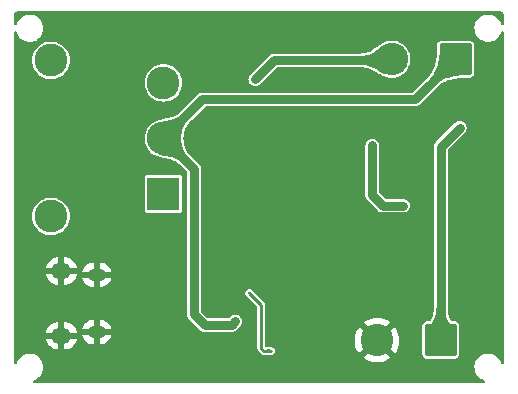
<source format=gbl>
%TF.GenerationSoftware,KiCad,Pcbnew,(6.0.8)*%
%TF.CreationDate,2022-10-25T00:07:16-04:00*%
%TF.ProjectId,403_charger_v2,3430335f-6368-4617-9267-65725f76322e,rev?*%
%TF.SameCoordinates,Original*%
%TF.FileFunction,Copper,L2,Bot*%
%TF.FilePolarity,Positive*%
%FSLAX46Y46*%
G04 Gerber Fmt 4.6, Leading zero omitted, Abs format (unit mm)*
G04 Created by KiCad (PCBNEW (6.0.8)) date 2022-10-25 00:07:16*
%MOMM*%
%LPD*%
G01*
G04 APERTURE LIST*
G04 Aperture macros list*
%AMRoundRect*
0 Rectangle with rounded corners*
0 $1 Rounding radius*
0 $2 $3 $4 $5 $6 $7 $8 $9 X,Y pos of 4 corners*
0 Add a 4 corners polygon primitive as box body*
4,1,4,$2,$3,$4,$5,$6,$7,$8,$9,$2,$3,0*
0 Add four circle primitives for the rounded corners*
1,1,$1+$1,$2,$3*
1,1,$1+$1,$4,$5*
1,1,$1+$1,$6,$7*
1,1,$1+$1,$8,$9*
0 Add four rect primitives between the rounded corners*
20,1,$1+$1,$2,$3,$4,$5,0*
20,1,$1+$1,$4,$5,$6,$7,0*
20,1,$1+$1,$6,$7,$8,$9,0*
20,1,$1+$1,$8,$9,$2,$3,0*%
G04 Aperture macros list end*
%TA.AperFunction,ComponentPad*%
%ADD10O,1.500000X1.100000*%
%TD*%
%TA.AperFunction,ComponentPad*%
%ADD11O,1.700000X1.350000*%
%TD*%
%TA.AperFunction,ComponentPad*%
%ADD12R,2.775000X2.775000*%
%TD*%
%TA.AperFunction,ComponentPad*%
%ADD13C,2.775000*%
%TD*%
%TA.AperFunction,ComponentPad*%
%ADD14RoundRect,0.250000X1.125000X1.125000X-1.125000X1.125000X-1.125000X-1.125000X1.125000X-1.125000X0*%
%TD*%
%TA.AperFunction,ComponentPad*%
%ADD15C,2.750000*%
%TD*%
%TA.AperFunction,ViaPad*%
%ADD16C,0.300000*%
%TD*%
%TA.AperFunction,Conductor*%
%ADD17C,0.750000*%
%TD*%
%TA.AperFunction,Conductor*%
%ADD18C,0.250000*%
%TD*%
G04 APERTURE END LIST*
D10*
%TO.P,J1,6,Shield*%
%TO.N,GND*%
X143870000Y-83320000D03*
D11*
X140870000Y-78170000D03*
D10*
X143870000Y-78480000D03*
D11*
X140870000Y-83630000D03*
%TD*%
D12*
%TO.P,SW1,1*%
%TO.N,unconnected-(SW1-Pad1)*%
X149522500Y-71625000D03*
D13*
%TO.P,SW1,2*%
%TO.N,/BAT+*%
X149522500Y-66925000D03*
%TO.P,SW1,3*%
%TO.N,Net-(C3-Pad1)*%
X149522500Y-62225000D03*
%TO.P,SW1,S1*%
%TO.N,N/C*%
X139992500Y-73530000D03*
%TO.P,SW1,S2*%
X139992500Y-60320000D03*
%TD*%
D14*
%TO.P,J3,1,Pin_1*%
%TO.N,/5V*%
X173000000Y-84000000D03*
D15*
%TO.P,J3,2,Pin_2*%
%TO.N,GND*%
X167600000Y-84000000D03*
%TD*%
D14*
%TO.P,J2,1,Pin_1*%
%TO.N,/BAT+*%
X174250000Y-60225000D03*
D15*
%TO.P,J2,2,Pin_2*%
%TO.N,/BAT-*%
X168850000Y-60225000D03*
%TD*%
D16*
%TO.N,/BAT-*%
X157300000Y-61925000D03*
%TO.N,/5V*%
X174600000Y-66025000D03*
%TO.N,/BAT+*%
X155600000Y-82425000D03*
%TO.N,Net-(R4-Pad2)*%
X169800000Y-72625000D03*
X167200000Y-67525000D03*
%TO.N,Net-(R7-Pad1)*%
X156800000Y-80025000D03*
X158600000Y-84925000D03*
%TD*%
D17*
%TO.N,/BAT-*%
X158900000Y-60325000D02*
X168750000Y-60325000D01*
X168750000Y-60325000D02*
X168850000Y-60225000D01*
X157300000Y-61925000D02*
X158900000Y-60325000D01*
%TO.N,/5V*%
X173000000Y-67625000D02*
X173000000Y-84000000D01*
X174600000Y-66025000D02*
X173000000Y-67625000D01*
%TO.N,/BAT+*%
X155300000Y-82725000D02*
X153000000Y-82725000D01*
X152822500Y-63625000D02*
X149522500Y-66925000D01*
X174250000Y-60225000D02*
X170850000Y-63625000D01*
X152100000Y-69502500D02*
X149522500Y-66925000D01*
X155600000Y-82425000D02*
X155300000Y-82725000D01*
X170850000Y-63625000D02*
X152822500Y-63625000D01*
X153000000Y-82725000D02*
X152100000Y-81825000D01*
X152100000Y-81825000D02*
X152100000Y-69502500D01*
%TO.N,Net-(R4-Pad2)*%
X167200000Y-71725000D02*
X168100000Y-72625000D01*
X168100000Y-72625000D02*
X169800000Y-72625000D01*
X167200000Y-67525000D02*
X167200000Y-71725000D01*
D18*
%TO.N,Net-(R7-Pad1)*%
X157800000Y-81025000D02*
X157800000Y-84725000D01*
X157800000Y-84725000D02*
X158000000Y-84925000D01*
X156800000Y-80025000D02*
X157800000Y-81025000D01*
X158000000Y-84925000D02*
X158600000Y-84925000D01*
%TD*%
%TA.AperFunction,Conductor*%
%TO.N,/BAT-*%
G36*
X168169259Y-59039440D02*
G01*
X169526346Y-60167535D01*
X169530518Y-60175458D01*
X169527565Y-60184357D01*
X168972465Y-60801392D01*
X168347305Y-61496305D01*
X168339224Y-61500164D01*
X168333923Y-61499201D01*
X168234465Y-61455748D01*
X168079003Y-61387827D01*
X168078356Y-61387521D01*
X168013293Y-61354112D01*
X167855670Y-61273171D01*
X167855209Y-61272921D01*
X167748781Y-61212085D01*
X167660258Y-61161483D01*
X167481409Y-61055755D01*
X167481359Y-61055727D01*
X167481331Y-61055711D01*
X167307337Y-60958746D01*
X167307326Y-60958740D01*
X167307171Y-60958654D01*
X167125825Y-60872963D01*
X167036713Y-60841135D01*
X166925962Y-60801578D01*
X166925956Y-60801576D01*
X166925653Y-60801468D01*
X166925335Y-60801393D01*
X166925332Y-60801392D01*
X166844141Y-60782208D01*
X166694938Y-60746953D01*
X166646015Y-60740725D01*
X166422214Y-60712234D01*
X166422204Y-60712233D01*
X166421959Y-60712202D01*
X166256671Y-60706034D01*
X166106264Y-60700420D01*
X166098124Y-60696687D01*
X166095000Y-60688728D01*
X166095000Y-59961239D01*
X166098427Y-59952966D01*
X166106229Y-59949548D01*
X166252648Y-59943648D01*
X166404869Y-59937514D01*
X166405155Y-59937474D01*
X166405157Y-59937474D01*
X166662824Y-59901585D01*
X166662830Y-59901584D01*
X166663173Y-59901536D01*
X166663505Y-59901449D01*
X166663508Y-59901448D01*
X166880305Y-59844376D01*
X166880310Y-59844374D01*
X166880657Y-59844283D01*
X167068068Y-59767972D01*
X167236152Y-59674821D01*
X167236359Y-59674681D01*
X167236369Y-59674675D01*
X167395520Y-59567136D01*
X167395655Y-59567045D01*
X167557323Y-59446864D01*
X167731767Y-59316594D01*
X167732014Y-59316415D01*
X167929889Y-59178325D01*
X167930397Y-59177991D01*
X168045413Y-59106751D01*
X168155619Y-59038490D01*
X168164457Y-59037047D01*
X168169259Y-59039440D01*
G37*
%TD.AperFunction*%
%TD*%
%TA.AperFunction,Conductor*%
%TO.N,/5V*%
G36*
X173372022Y-81258427D02*
G01*
X173375440Y-81266242D01*
X173387413Y-81571815D01*
X173422968Y-81835986D01*
X173479141Y-82058734D01*
X173553406Y-82251279D01*
X173643237Y-82424843D01*
X173746109Y-82590645D01*
X173859497Y-82759906D01*
X173980744Y-82943648D01*
X173980991Y-82944040D01*
X174107534Y-83153386D01*
X174107878Y-83153995D01*
X174233574Y-83393182D01*
X174234389Y-83402100D01*
X174231650Y-83406735D01*
X173008433Y-84678731D01*
X173000229Y-84682319D01*
X172991567Y-84678731D01*
X171768350Y-83406735D01*
X171765085Y-83398396D01*
X171766426Y-83393182D01*
X171813194Y-83304185D01*
X171892131Y-83153976D01*
X171892454Y-83153404D01*
X171959997Y-83041664D01*
X172019008Y-82944040D01*
X172019255Y-82943648D01*
X172140502Y-82759906D01*
X172253890Y-82590645D01*
X172356762Y-82424843D01*
X172446593Y-82251279D01*
X172520858Y-82058734D01*
X172577031Y-81835986D01*
X172612586Y-81571815D01*
X172624560Y-81266241D01*
X172628307Y-81258109D01*
X172636250Y-81255000D01*
X173363749Y-81255000D01*
X173372022Y-81258427D01*
G37*
%TD.AperFunction*%
%TD*%
%TA.AperFunction,Conductor*%
%TO.N,/BAT+*%
G36*
X151222205Y-64710871D02*
G01*
X151736629Y-65225295D01*
X151740056Y-65233568D01*
X151736949Y-65241508D01*
X151601289Y-65388325D01*
X151527583Y-65468093D01*
X151364826Y-65681953D01*
X151246456Y-65881019D01*
X151162623Y-66071482D01*
X151103474Y-66259534D01*
X151103427Y-66259738D01*
X151062979Y-66434820D01*
X151059156Y-66451367D01*
X151059140Y-66451450D01*
X151019834Y-66653086D01*
X151019817Y-66653173D01*
X150975649Y-66870929D01*
X150975545Y-66871390D01*
X150916669Y-67111469D01*
X150833155Y-67380343D01*
X149051117Y-67415180D01*
X149044608Y-67415307D01*
X149044110Y-67415317D01*
X149035771Y-67412052D01*
X149032183Y-67403390D01*
X149041533Y-66925102D01*
X149041533Y-66925085D01*
X149051117Y-66434820D01*
X149051125Y-66434445D01*
X149066992Y-65622785D01*
X149070580Y-65614581D01*
X149075219Y-65611841D01*
X149335690Y-65530936D01*
X149336374Y-65530746D01*
X149576109Y-65471954D01*
X149576570Y-65471850D01*
X149794326Y-65427682D01*
X149794413Y-65427665D01*
X149996132Y-65388343D01*
X149996191Y-65388329D01*
X149996212Y-65388325D01*
X150147346Y-65353409D01*
X150187965Y-65344025D01*
X150188161Y-65343963D01*
X150188166Y-65343962D01*
X150253250Y-65323491D01*
X150376017Y-65284876D01*
X150376295Y-65284754D01*
X150376302Y-65284751D01*
X150566155Y-65201186D01*
X150566154Y-65201186D01*
X150566480Y-65201043D01*
X150645522Y-65154042D01*
X150765249Y-65082850D01*
X150765254Y-65082847D01*
X150765546Y-65082673D01*
X150979406Y-64919916D01*
X151008984Y-64892586D01*
X151205992Y-64710551D01*
X151214394Y-64707453D01*
X151222205Y-64710871D01*
G37*
%TD.AperFunction*%
%TD*%
%TA.AperFunction,Conductor*%
%TO.N,/BAT+*%
G36*
X174732309Y-59742368D02*
G01*
X174735897Y-59751030D01*
X174701406Y-61515411D01*
X174697818Y-61523615D01*
X174693183Y-61526354D01*
X174541686Y-61573474D01*
X174435171Y-61606604D01*
X174434508Y-61606788D01*
X174344400Y-61629002D01*
X174197000Y-61665338D01*
X174196549Y-61665440D01*
X174096150Y-61686013D01*
X173980877Y-61709634D01*
X173847652Y-61735969D01*
X173781084Y-61749128D01*
X173781076Y-61749130D01*
X173781014Y-61749142D01*
X173669922Y-61775163D01*
X173591237Y-61793593D01*
X173591232Y-61793594D01*
X173591033Y-61793641D01*
X173404785Y-61852848D01*
X173216122Y-61936485D01*
X173215824Y-61936663D01*
X173215820Y-61936665D01*
X173143968Y-61979576D01*
X173018896Y-62054271D01*
X172806957Y-62215927D01*
X172806755Y-62216114D01*
X172582418Y-62423534D01*
X172574017Y-62426634D01*
X172566202Y-62423216D01*
X172051784Y-61908798D01*
X172048357Y-61900525D01*
X172051466Y-61892582D01*
X172258885Y-61668244D01*
X172259072Y-61668042D01*
X172420728Y-61456103D01*
X172538514Y-61258877D01*
X172622151Y-61070214D01*
X172681358Y-60883966D01*
X172725857Y-60693985D01*
X172765365Y-60494122D01*
X172809559Y-60278450D01*
X172809661Y-60277999D01*
X172868209Y-60040497D01*
X172868397Y-60039822D01*
X172948646Y-59781817D01*
X172954375Y-59774935D01*
X172959589Y-59773594D01*
X173423702Y-59764521D01*
X174723970Y-59739103D01*
X174732309Y-59742368D01*
G37*
%TD.AperFunction*%
%TD*%
%TA.AperFunction,Conductor*%
%TO.N,/BAT+*%
G36*
X149044608Y-66434693D02*
G01*
X149051117Y-66434820D01*
X150833155Y-66469657D01*
X150916669Y-66738530D01*
X150962398Y-66924999D01*
X150962735Y-66926373D01*
X150975545Y-66978609D01*
X150975649Y-66979070D01*
X151019817Y-67196826D01*
X151059156Y-67398632D01*
X151059170Y-67398691D01*
X151059174Y-67398712D01*
X151094090Y-67549846D01*
X151103474Y-67590465D01*
X151162623Y-67778517D01*
X151246456Y-67968980D01*
X151364826Y-68168046D01*
X151527583Y-68381906D01*
X151527779Y-68382118D01*
X151736949Y-68608492D01*
X151740047Y-68616894D01*
X151736629Y-68624705D01*
X151222205Y-69139129D01*
X151213932Y-69142556D01*
X151205992Y-69139449D01*
X150979618Y-68930279D01*
X150979406Y-68930083D01*
X150765546Y-68767326D01*
X150765254Y-68767152D01*
X150765249Y-68767149D01*
X150566789Y-68649140D01*
X150566480Y-68648956D01*
X150546945Y-68640358D01*
X150376302Y-68565248D01*
X150376295Y-68565245D01*
X150376017Y-68565123D01*
X150253250Y-68526508D01*
X150188166Y-68506037D01*
X150188161Y-68506036D01*
X150187965Y-68505974D01*
X150147346Y-68496590D01*
X149996212Y-68461674D01*
X149996191Y-68461670D01*
X149996132Y-68461656D01*
X149794326Y-68422317D01*
X149786982Y-68420827D01*
X149576570Y-68378149D01*
X149576109Y-68378045D01*
X149336374Y-68319253D01*
X149335690Y-68319063D01*
X149075219Y-68238159D01*
X149068335Y-68232433D01*
X149066992Y-68227215D01*
X149065835Y-68168046D01*
X149037739Y-66730804D01*
X149032183Y-66446610D01*
X149035448Y-66438271D01*
X149044110Y-66434683D01*
X149044608Y-66434693D01*
G37*
%TD.AperFunction*%
%TD*%
%TA.AperFunction,Conductor*%
%TO.N,Net-(R7-Pad1)*%
G36*
X156808323Y-79973167D02*
G01*
X156934247Y-79975628D01*
X156942450Y-79979216D01*
X156944712Y-79982581D01*
X156947380Y-79988594D01*
X156955510Y-80001707D01*
X156965955Y-80015316D01*
X156966087Y-80015465D01*
X156966094Y-80015474D01*
X156976839Y-80027642D01*
X156978591Y-80029626D01*
X156993294Y-80044841D01*
X157009939Y-80061168D01*
X157028401Y-80078809D01*
X157048557Y-80097970D01*
X157070280Y-80118856D01*
X157085049Y-80133400D01*
X157088539Y-80141644D01*
X157085112Y-80150007D01*
X156925007Y-80310112D01*
X156916734Y-80313539D01*
X156908400Y-80310049D01*
X156893856Y-80295280D01*
X156872970Y-80273557D01*
X156853809Y-80253401D01*
X156836168Y-80234939D01*
X156819841Y-80218294D01*
X156804626Y-80203591D01*
X156802642Y-80201839D01*
X156790474Y-80191094D01*
X156790465Y-80191087D01*
X156790316Y-80190955D01*
X156776707Y-80180510D01*
X156763594Y-80172380D01*
X156763228Y-80172218D01*
X156763225Y-80172216D01*
X156757581Y-80169712D01*
X156751408Y-80163224D01*
X156750628Y-80159246D01*
X156750448Y-80150007D01*
X156747553Y-80001935D01*
X156747205Y-79984132D01*
X156750470Y-79975793D01*
X156759132Y-79972205D01*
X156808323Y-79973167D01*
G37*
%TD.AperFunction*%
%TD*%
%TA.AperFunction,Conductor*%
%TO.N,Net-(R7-Pad1)*%
G36*
X158536621Y-84792901D02*
G01*
X158539984Y-84795162D01*
X158547460Y-84802350D01*
X158666231Y-84916567D01*
X158669819Y-84924771D01*
X158666231Y-84933433D01*
X158545016Y-85050000D01*
X158539985Y-85054838D01*
X158531646Y-85058103D01*
X158527668Y-85057322D01*
X158521905Y-85055101D01*
X158521901Y-85055100D01*
X158521528Y-85054956D01*
X158513393Y-85053048D01*
X158506786Y-85051498D01*
X158506782Y-85051497D01*
X158506508Y-85051433D01*
X158506233Y-85051397D01*
X158506223Y-85051395D01*
X158489699Y-85049221D01*
X158489690Y-85049220D01*
X158489499Y-85049195D01*
X158488871Y-85049156D01*
X158470543Y-85048018D01*
X158470539Y-85048018D01*
X158470445Y-85048012D01*
X158470337Y-85048010D01*
X158470333Y-85048010D01*
X158464017Y-85047902D01*
X158449289Y-85047649D01*
X158449182Y-85047650D01*
X158449174Y-85047650D01*
X158444045Y-85047700D01*
X158425974Y-85047874D01*
X158425939Y-85047875D01*
X158425920Y-85047875D01*
X158417174Y-85048074D01*
X158400445Y-85048455D01*
X158372710Y-85049156D01*
X158372644Y-85049158D01*
X158342591Y-85049748D01*
X158342451Y-85049750D01*
X158321790Y-85049909D01*
X158313491Y-85046546D01*
X158310000Y-85038209D01*
X158310000Y-84811790D01*
X158313427Y-84803517D01*
X158321789Y-84800090D01*
X158329557Y-84800150D01*
X158342451Y-84800249D01*
X158342591Y-84800251D01*
X158372644Y-84800841D01*
X158372710Y-84800843D01*
X158400445Y-84801544D01*
X158417174Y-84801925D01*
X158425920Y-84802124D01*
X158425939Y-84802124D01*
X158425974Y-84802125D01*
X158444045Y-84802299D01*
X158449174Y-84802349D01*
X158449182Y-84802349D01*
X158449289Y-84802350D01*
X158464017Y-84802097D01*
X158470333Y-84801989D01*
X158470337Y-84801989D01*
X158470445Y-84801987D01*
X158470539Y-84801981D01*
X158470543Y-84801981D01*
X158489306Y-84800816D01*
X158489499Y-84800804D01*
X158489690Y-84800779D01*
X158489699Y-84800778D01*
X158506223Y-84798604D01*
X158506233Y-84798602D01*
X158506508Y-84798566D01*
X158506782Y-84798502D01*
X158506786Y-84798501D01*
X158514450Y-84796703D01*
X158521528Y-84795043D01*
X158521902Y-84794899D01*
X158521905Y-84794898D01*
X158527669Y-84792677D01*
X158536621Y-84792901D01*
G37*
%TD.AperFunction*%
%TD*%
%TA.AperFunction,Conductor*%
%TO.N,GND*%
G36*
X177971315Y-56151516D02*
G01*
X177983978Y-56151516D01*
X178000000Y-56155809D01*
X178012766Y-56152388D01*
X178015906Y-56152594D01*
X178074011Y-56160244D01*
X178105782Y-56168757D01*
X178159424Y-56190976D01*
X178187911Y-56207423D01*
X178233974Y-56242769D01*
X178257231Y-56266026D01*
X178292577Y-56312089D01*
X178309024Y-56340576D01*
X178331243Y-56394218D01*
X178339756Y-56425989D01*
X178347406Y-56484094D01*
X178347612Y-56487234D01*
X178344191Y-56500000D01*
X178348484Y-56516022D01*
X178348484Y-56528685D01*
X178349500Y-56536402D01*
X178349500Y-57235215D01*
X178329498Y-57303336D01*
X178275842Y-57349829D01*
X178205568Y-57359933D01*
X178140988Y-57330439D01*
X178102231Y-57269416D01*
X178080255Y-57191496D01*
X178078686Y-57185931D01*
X178067553Y-57163354D01*
X177987719Y-57001469D01*
X177985165Y-56996290D01*
X177858651Y-56826867D01*
X177703381Y-56683337D01*
X177524554Y-56570505D01*
X177328160Y-56492152D01*
X177322503Y-56491027D01*
X177322497Y-56491025D01*
X177126442Y-56452028D01*
X177126440Y-56452028D01*
X177120775Y-56450901D01*
X177115000Y-56450825D01*
X177114996Y-56450825D01*
X177008976Y-56449437D01*
X176909346Y-56448133D01*
X176903649Y-56449112D01*
X176903648Y-56449112D01*
X176706650Y-56482962D01*
X176706649Y-56482962D01*
X176700953Y-56483941D01*
X176502575Y-56557127D01*
X176497614Y-56560079D01*
X176497613Y-56560079D01*
X176480089Y-56570505D01*
X176320856Y-56665238D01*
X176161881Y-56804655D01*
X176030976Y-56970708D01*
X176028287Y-56975819D01*
X176028285Y-56975822D01*
X176014792Y-57001469D01*
X175932523Y-57157836D01*
X175869820Y-57359773D01*
X175844967Y-57569754D01*
X175846949Y-57600000D01*
X175858796Y-57780749D01*
X175860217Y-57786345D01*
X175860218Y-57786350D01*
X175909424Y-57980095D01*
X175910845Y-57985690D01*
X175999369Y-58177714D01*
X176121405Y-58350391D01*
X176272865Y-58497937D01*
X176277661Y-58501142D01*
X176277664Y-58501144D01*
X176420936Y-58596875D01*
X176448677Y-58615411D01*
X176453985Y-58617692D01*
X176453986Y-58617692D01*
X176637650Y-58696600D01*
X176637653Y-58696601D01*
X176642953Y-58698878D01*
X176648582Y-58700152D01*
X176648583Y-58700152D01*
X176843550Y-58744269D01*
X176843553Y-58744269D01*
X176849186Y-58745544D01*
X176854957Y-58745771D01*
X176854959Y-58745771D01*
X176916989Y-58748208D01*
X177060470Y-58753846D01*
X177066179Y-58753018D01*
X177066183Y-58753018D01*
X177264015Y-58724333D01*
X177264019Y-58724332D01*
X177269730Y-58723504D01*
X177342276Y-58698878D01*
X177464483Y-58657395D01*
X177464488Y-58657393D01*
X177469955Y-58655537D01*
X177488742Y-58645016D01*
X177649395Y-58555046D01*
X177649399Y-58555043D01*
X177654442Y-58552219D01*
X177817012Y-58417012D01*
X177952219Y-58254442D01*
X177955043Y-58249399D01*
X177955046Y-58249395D01*
X178052713Y-58074998D01*
X178052714Y-58074996D01*
X178055537Y-58069955D01*
X178057393Y-58064488D01*
X178057395Y-58064483D01*
X178097800Y-57945452D01*
X178104187Y-57926636D01*
X178145024Y-57868560D01*
X178210777Y-57841781D01*
X178280569Y-57854802D01*
X178332242Y-57903489D01*
X178349500Y-57967137D01*
X178349500Y-85935215D01*
X178329498Y-86003336D01*
X178275842Y-86049829D01*
X178205568Y-86059933D01*
X178140988Y-86030439D01*
X178102231Y-85969416D01*
X178080255Y-85891496D01*
X178078686Y-85885931D01*
X178075121Y-85878700D01*
X177987719Y-85701469D01*
X177985165Y-85696290D01*
X177892741Y-85572519D01*
X177862104Y-85531491D01*
X177862103Y-85531490D01*
X177858651Y-85526867D01*
X177703381Y-85383337D01*
X177524554Y-85270505D01*
X177328160Y-85192152D01*
X177322503Y-85191027D01*
X177322497Y-85191025D01*
X177126442Y-85152028D01*
X177126440Y-85152028D01*
X177120775Y-85150901D01*
X177115000Y-85150825D01*
X177114996Y-85150825D01*
X177008976Y-85149437D01*
X176909346Y-85148133D01*
X176903649Y-85149112D01*
X176903648Y-85149112D01*
X176706650Y-85182962D01*
X176706649Y-85182962D01*
X176700953Y-85183941D01*
X176502575Y-85257127D01*
X176497614Y-85260079D01*
X176497613Y-85260079D01*
X176480089Y-85270505D01*
X176320856Y-85365238D01*
X176161881Y-85504655D01*
X176030976Y-85670708D01*
X176028287Y-85675819D01*
X176028285Y-85675822D01*
X176014792Y-85701469D01*
X175932523Y-85857836D01*
X175869820Y-86059773D01*
X175844967Y-86269754D01*
X175846949Y-86300000D01*
X175858796Y-86480749D01*
X175860217Y-86486345D01*
X175860218Y-86486350D01*
X175909424Y-86680095D01*
X175910845Y-86685690D01*
X175999369Y-86877714D01*
X176121405Y-87050391D01*
X176272865Y-87197937D01*
X176277661Y-87201142D01*
X176277664Y-87201144D01*
X176371133Y-87263598D01*
X176448677Y-87315411D01*
X176453985Y-87317692D01*
X176453986Y-87317692D01*
X176637650Y-87396600D01*
X176637653Y-87396601D01*
X176642953Y-87398878D01*
X176648582Y-87400152D01*
X176648583Y-87400152D01*
X176650594Y-87400607D01*
X176651449Y-87401083D01*
X176654080Y-87401938D01*
X176653912Y-87402455D01*
X176712621Y-87435150D01*
X176746125Y-87497744D01*
X176740471Y-87568515D01*
X176697452Y-87624994D01*
X176630727Y-87649249D01*
X176622786Y-87649500D01*
X138567137Y-87649500D01*
X138499016Y-87629498D01*
X138452523Y-87575842D01*
X138442419Y-87505568D01*
X138471913Y-87440988D01*
X138526636Y-87404187D01*
X138531739Y-87402455D01*
X138567084Y-87390457D01*
X138664483Y-87357395D01*
X138664488Y-87357393D01*
X138669955Y-87355537D01*
X138674998Y-87352713D01*
X138849395Y-87255046D01*
X138849399Y-87255043D01*
X138854442Y-87252219D01*
X139017012Y-87117012D01*
X139152219Y-86954442D01*
X139155043Y-86949399D01*
X139155046Y-86949395D01*
X139252713Y-86774998D01*
X139252714Y-86774996D01*
X139255537Y-86769955D01*
X139257393Y-86764488D01*
X139257395Y-86764483D01*
X139321647Y-86575200D01*
X139323504Y-86569730D01*
X139325790Y-86553968D01*
X139353314Y-86364140D01*
X139353314Y-86364138D01*
X139353846Y-86360470D01*
X139355429Y-86300000D01*
X139336081Y-86089440D01*
X139278686Y-85885931D01*
X139275121Y-85878700D01*
X139187719Y-85701469D01*
X139185165Y-85696290D01*
X139092741Y-85572519D01*
X139062104Y-85531491D01*
X139062103Y-85531490D01*
X139058651Y-85526867D01*
X139029624Y-85500035D01*
X166465132Y-85500035D01*
X166472522Y-85510337D01*
X166511042Y-85541697D01*
X166518321Y-85546812D01*
X166739135Y-85679753D01*
X166747049Y-85683786D01*
X166984404Y-85784293D01*
X166992809Y-85787170D01*
X167241954Y-85853230D01*
X167250686Y-85854896D01*
X167506655Y-85885191D01*
X167515521Y-85885609D01*
X167773202Y-85879537D01*
X167782056Y-85878700D01*
X168036310Y-85836381D01*
X168044944Y-85834308D01*
X168290703Y-85756584D01*
X168298965Y-85753313D01*
X168531313Y-85641741D01*
X168539038Y-85637335D01*
X168727243Y-85511581D01*
X168735531Y-85501663D01*
X168728274Y-85487484D01*
X168419624Y-85178834D01*
X171424500Y-85178834D01*
X171427481Y-85210369D01*
X171472366Y-85338184D01*
X171477958Y-85345754D01*
X171477959Y-85345757D01*
X171508612Y-85387257D01*
X171552850Y-85447150D01*
X171569794Y-85459665D01*
X171654243Y-85522041D01*
X171654246Y-85522042D01*
X171661816Y-85527634D01*
X171789631Y-85572519D01*
X171797277Y-85573242D01*
X171797278Y-85573242D01*
X171803248Y-85573806D01*
X171821166Y-85575500D01*
X174178834Y-85575500D01*
X174196752Y-85573806D01*
X174202722Y-85573242D01*
X174202723Y-85573242D01*
X174210369Y-85572519D01*
X174338184Y-85527634D01*
X174345754Y-85522042D01*
X174345757Y-85522041D01*
X174430206Y-85459665D01*
X174447150Y-85447150D01*
X174491388Y-85387257D01*
X174522041Y-85345757D01*
X174522042Y-85345754D01*
X174527634Y-85338184D01*
X174572519Y-85210369D01*
X174575500Y-85178834D01*
X174575500Y-82821166D01*
X174572519Y-82789631D01*
X174527634Y-82661816D01*
X174522042Y-82654246D01*
X174522041Y-82654243D01*
X174452742Y-82560421D01*
X174447150Y-82552850D01*
X174407274Y-82523397D01*
X174345757Y-82477959D01*
X174345754Y-82477958D01*
X174338184Y-82472366D01*
X174210369Y-82427481D01*
X174202723Y-82426758D01*
X174202722Y-82426758D01*
X174196752Y-82426194D01*
X174178834Y-82424500D01*
X173954971Y-82424500D01*
X173886850Y-82404498D01*
X173847905Y-82364929D01*
X173824644Y-82327438D01*
X173819811Y-82318927D01*
X173796954Y-82274765D01*
X173744264Y-82172962D01*
X173738607Y-82160392D01*
X173678106Y-82003531D01*
X173673490Y-81989000D01*
X173626824Y-81803954D01*
X173624125Y-81789950D01*
X173593168Y-81559942D01*
X173592140Y-81548074D01*
X173580782Y-81258196D01*
X173578696Y-81249112D01*
X173575500Y-81220912D01*
X173575500Y-67915570D01*
X173595502Y-67847449D01*
X173612405Y-67826475D01*
X175033612Y-66405268D01*
X175102699Y-66315232D01*
X175147775Y-66206408D01*
X175157527Y-66182865D01*
X175157528Y-66182862D01*
X175160687Y-66175235D01*
X175180466Y-66025000D01*
X175160687Y-65874764D01*
X175102699Y-65734767D01*
X175010452Y-65614548D01*
X174890233Y-65522301D01*
X174820235Y-65493307D01*
X174757866Y-65467473D01*
X174757863Y-65467472D01*
X174750236Y-65464313D01*
X174600000Y-65444534D01*
X174449765Y-65464313D01*
X174442138Y-65467472D01*
X174442135Y-65467473D01*
X174379766Y-65493307D01*
X174309768Y-65522301D01*
X174219732Y-65591388D01*
X172625570Y-67185550D01*
X172613179Y-67196417D01*
X172589549Y-67214549D01*
X172566391Y-67244729D01*
X172566388Y-67244732D01*
X172497302Y-67334767D01*
X172439313Y-67474764D01*
X172424500Y-67587280D01*
X172424500Y-67587286D01*
X172419535Y-67625000D01*
X172420613Y-67633188D01*
X172420613Y-67633189D01*
X172423422Y-67654526D01*
X172424500Y-67670972D01*
X172424500Y-81221277D01*
X172421024Y-81250669D01*
X172419218Y-81258195D01*
X172407859Y-81548074D01*
X172406831Y-81559941D01*
X172375874Y-81789950D01*
X172373175Y-81803954D01*
X172326509Y-81989000D01*
X172321893Y-82003531D01*
X172261392Y-82160392D01*
X172255735Y-82172962D01*
X172203045Y-82274765D01*
X172180188Y-82318927D01*
X172175355Y-82327438D01*
X172152094Y-82364929D01*
X172099185Y-82412267D01*
X172045028Y-82424500D01*
X171821166Y-82424500D01*
X171803248Y-82426194D01*
X171797278Y-82426758D01*
X171797277Y-82426758D01*
X171789631Y-82427481D01*
X171661816Y-82472366D01*
X171654246Y-82477958D01*
X171654243Y-82477959D01*
X171592726Y-82523397D01*
X171552850Y-82552850D01*
X171547258Y-82560421D01*
X171477959Y-82654243D01*
X171477958Y-82654246D01*
X171472366Y-82661816D01*
X171427481Y-82789631D01*
X171424500Y-82821166D01*
X171424500Y-85178834D01*
X168419624Y-85178834D01*
X167612812Y-84372022D01*
X167598868Y-84364408D01*
X167597035Y-84364539D01*
X167590420Y-84368790D01*
X166472298Y-85486912D01*
X166465132Y-85500035D01*
X139029624Y-85500035D01*
X138903381Y-85383337D01*
X138724554Y-85270505D01*
X138528160Y-85192152D01*
X138522503Y-85191027D01*
X138522497Y-85191025D01*
X138326442Y-85152028D01*
X138326440Y-85152028D01*
X138320775Y-85150901D01*
X138315000Y-85150825D01*
X138314996Y-85150825D01*
X138208976Y-85149437D01*
X138109346Y-85148133D01*
X138103649Y-85149112D01*
X138103648Y-85149112D01*
X137906650Y-85182962D01*
X137906649Y-85182962D01*
X137900953Y-85183941D01*
X137702575Y-85257127D01*
X137697614Y-85260079D01*
X137697613Y-85260079D01*
X137680089Y-85270505D01*
X137520856Y-85365238D01*
X137361881Y-85504655D01*
X137230976Y-85670708D01*
X137228287Y-85675819D01*
X137228285Y-85675822D01*
X137214792Y-85701469D01*
X137132523Y-85857836D01*
X137108496Y-85935215D01*
X137096833Y-85972777D01*
X137057530Y-86031902D01*
X136992500Y-86060393D01*
X136922391Y-86049203D01*
X136869461Y-86001886D01*
X136850500Y-85935413D01*
X136850500Y-83902722D01*
X139541439Y-83902722D01*
X139546435Y-83931798D01*
X139549415Y-83942918D01*
X139620669Y-84136060D01*
X139625619Y-84146438D01*
X139730877Y-84323361D01*
X139737643Y-84332673D01*
X139873381Y-84487453D01*
X139881724Y-84495370D01*
X140043394Y-84622820D01*
X140053050Y-84629091D01*
X140235229Y-84724940D01*
X140245863Y-84729345D01*
X140442470Y-84790393D01*
X140453724Y-84792785D01*
X140598012Y-84809863D01*
X140612431Y-84807421D01*
X140616000Y-84794679D01*
X140616000Y-84792694D01*
X141124000Y-84792694D01*
X141128271Y-84807239D01*
X141140405Y-84809302D01*
X141255754Y-84798703D01*
X141267068Y-84796606D01*
X141465206Y-84740725D01*
X141475945Y-84736603D01*
X141660583Y-84645549D01*
X141670392Y-84639538D01*
X141835349Y-84516360D01*
X141843889Y-84508671D01*
X141983639Y-84357490D01*
X141990640Y-84348365D01*
X142100495Y-84174255D01*
X142105716Y-84164008D01*
X142182003Y-83972793D01*
X142185270Y-83961767D01*
X142197203Y-83901770D01*
X142196051Y-83888894D01*
X142180898Y-83884000D01*
X141142115Y-83884000D01*
X141126876Y-83888475D01*
X141125671Y-83889865D01*
X141124000Y-83897548D01*
X141124000Y-84792694D01*
X140616000Y-84792694D01*
X140616000Y-83902115D01*
X140611525Y-83886876D01*
X140610135Y-83885671D01*
X140602452Y-83884000D01*
X139556337Y-83884000D01*
X139543375Y-83887806D01*
X139541439Y-83902722D01*
X136850500Y-83902722D01*
X136850500Y-83585768D01*
X142645302Y-83585768D01*
X142682554Y-83712342D01*
X142687147Y-83723710D01*
X142777566Y-83896666D01*
X142784282Y-83906928D01*
X142906568Y-84059020D01*
X142915152Y-84067786D01*
X143064656Y-84193236D01*
X143074767Y-84200160D01*
X143245798Y-84294184D01*
X143257062Y-84299012D01*
X143443095Y-84358025D01*
X143455084Y-84360573D01*
X143601357Y-84376980D01*
X143613124Y-84373525D01*
X143614329Y-84372135D01*
X143616000Y-84364452D01*
X143616000Y-84359709D01*
X144124000Y-84359709D01*
X144128236Y-84374136D01*
X144140589Y-84376197D01*
X144270361Y-84363473D01*
X144282396Y-84361090D01*
X144469223Y-84304683D01*
X144480565Y-84300008D01*
X144652879Y-84208388D01*
X144663095Y-84201601D01*
X144814335Y-84078253D01*
X144823039Y-84069609D01*
X144947438Y-83919237D01*
X144954297Y-83909069D01*
X145047121Y-83737393D01*
X145051871Y-83726093D01*
X145093595Y-83591307D01*
X145093801Y-83577205D01*
X145087045Y-83574000D01*
X144142115Y-83574000D01*
X144126876Y-83578475D01*
X144125671Y-83579865D01*
X144124000Y-83587548D01*
X144124000Y-84359709D01*
X143616000Y-84359709D01*
X143616000Y-83592115D01*
X143611525Y-83576876D01*
X143610135Y-83575671D01*
X143602452Y-83574000D01*
X142659953Y-83574000D01*
X142646422Y-83577973D01*
X142645302Y-83585768D01*
X136850500Y-83585768D01*
X136850500Y-83358230D01*
X139542797Y-83358230D01*
X139543949Y-83371106D01*
X139559102Y-83376000D01*
X140597885Y-83376000D01*
X140613124Y-83371525D01*
X140614329Y-83370135D01*
X140616000Y-83362452D01*
X140616000Y-83357885D01*
X141124000Y-83357885D01*
X141128475Y-83373124D01*
X141129865Y-83374329D01*
X141137548Y-83376000D01*
X142183663Y-83376000D01*
X142196625Y-83372194D01*
X142198561Y-83357278D01*
X142193565Y-83328202D01*
X142190585Y-83317082D01*
X142119331Y-83123940D01*
X142114381Y-83113562D01*
X142084178Y-83062795D01*
X142646199Y-83062795D01*
X142652955Y-83066000D01*
X143597885Y-83066000D01*
X143613124Y-83061525D01*
X143614329Y-83060135D01*
X143616000Y-83052452D01*
X143616000Y-83047885D01*
X144124000Y-83047885D01*
X144128475Y-83063124D01*
X144129865Y-83064329D01*
X144137548Y-83066000D01*
X145080047Y-83066000D01*
X145093578Y-83062027D01*
X145094698Y-83054232D01*
X145057446Y-82927658D01*
X145052853Y-82916290D01*
X144962434Y-82743334D01*
X144955718Y-82733072D01*
X144833432Y-82580980D01*
X144824848Y-82572214D01*
X144675344Y-82446764D01*
X144665233Y-82439840D01*
X144494202Y-82345816D01*
X144482938Y-82340988D01*
X144296905Y-82281975D01*
X144284916Y-82279427D01*
X144138643Y-82263020D01*
X144126876Y-82266475D01*
X144125671Y-82267865D01*
X144124000Y-82275548D01*
X144124000Y-83047885D01*
X143616000Y-83047885D01*
X143616000Y-82280291D01*
X143611764Y-82265864D01*
X143599411Y-82263803D01*
X143469639Y-82276527D01*
X143457604Y-82278910D01*
X143270777Y-82335317D01*
X143259435Y-82339992D01*
X143087121Y-82431612D01*
X143076905Y-82438399D01*
X142925665Y-82561747D01*
X142916961Y-82570391D01*
X142792562Y-82720763D01*
X142785703Y-82730931D01*
X142692879Y-82902607D01*
X142688129Y-82913907D01*
X142646405Y-83048693D01*
X142646199Y-83062795D01*
X142084178Y-83062795D01*
X142009123Y-82936639D01*
X142002357Y-82927327D01*
X141866619Y-82772547D01*
X141858276Y-82764630D01*
X141696606Y-82637180D01*
X141686950Y-82630909D01*
X141504771Y-82535060D01*
X141494137Y-82530655D01*
X141297530Y-82469607D01*
X141286276Y-82467215D01*
X141141988Y-82450137D01*
X141127569Y-82452579D01*
X141124000Y-82465321D01*
X141124000Y-83357885D01*
X140616000Y-83357885D01*
X140616000Y-82467306D01*
X140611729Y-82452761D01*
X140599595Y-82450698D01*
X140484246Y-82461297D01*
X140472932Y-82463394D01*
X140274794Y-82519275D01*
X140264055Y-82523397D01*
X140079417Y-82614451D01*
X140069608Y-82620462D01*
X139904651Y-82743640D01*
X139896111Y-82751329D01*
X139756361Y-82902510D01*
X139749360Y-82911635D01*
X139639505Y-83085745D01*
X139634284Y-83095992D01*
X139557997Y-83287207D01*
X139554730Y-83298233D01*
X139542797Y-83358230D01*
X136850500Y-83358230D01*
X136850500Y-78442722D01*
X139541439Y-78442722D01*
X139546435Y-78471798D01*
X139549415Y-78482918D01*
X139620669Y-78676060D01*
X139625619Y-78686438D01*
X139730877Y-78863361D01*
X139737643Y-78872673D01*
X139873381Y-79027453D01*
X139881724Y-79035370D01*
X140043394Y-79162820D01*
X140053050Y-79169091D01*
X140235229Y-79264940D01*
X140245863Y-79269345D01*
X140442470Y-79330393D01*
X140453724Y-79332785D01*
X140598012Y-79349863D01*
X140612431Y-79347421D01*
X140616000Y-79334679D01*
X140616000Y-79332694D01*
X141124000Y-79332694D01*
X141128271Y-79347239D01*
X141140405Y-79349302D01*
X141255754Y-79338703D01*
X141267068Y-79336606D01*
X141465206Y-79280725D01*
X141475945Y-79276603D01*
X141660583Y-79185549D01*
X141670392Y-79179538D01*
X141835349Y-79056360D01*
X141843889Y-79048671D01*
X141983639Y-78897490D01*
X141990640Y-78888365D01*
X142080612Y-78745768D01*
X142645302Y-78745768D01*
X142682554Y-78872342D01*
X142687147Y-78883710D01*
X142777566Y-79056666D01*
X142784282Y-79066928D01*
X142906568Y-79219020D01*
X142915152Y-79227786D01*
X143064656Y-79353236D01*
X143074767Y-79360160D01*
X143245798Y-79454184D01*
X143257062Y-79459012D01*
X143443095Y-79518025D01*
X143455084Y-79520573D01*
X143601357Y-79536980D01*
X143613124Y-79533525D01*
X143614329Y-79532135D01*
X143616000Y-79524452D01*
X143616000Y-79519709D01*
X144124000Y-79519709D01*
X144128236Y-79534136D01*
X144140589Y-79536197D01*
X144270361Y-79523473D01*
X144282396Y-79521090D01*
X144469223Y-79464683D01*
X144480565Y-79460008D01*
X144652879Y-79368388D01*
X144663095Y-79361601D01*
X144814335Y-79238253D01*
X144823039Y-79229609D01*
X144947438Y-79079237D01*
X144954297Y-79069069D01*
X145047121Y-78897393D01*
X145051871Y-78886093D01*
X145093595Y-78751307D01*
X145093801Y-78737205D01*
X145087045Y-78734000D01*
X144142115Y-78734000D01*
X144126876Y-78738475D01*
X144125671Y-78739865D01*
X144124000Y-78747548D01*
X144124000Y-79519709D01*
X143616000Y-79519709D01*
X143616000Y-78752115D01*
X143611525Y-78736876D01*
X143610135Y-78735671D01*
X143602452Y-78734000D01*
X142659953Y-78734000D01*
X142646422Y-78737973D01*
X142645302Y-78745768D01*
X142080612Y-78745768D01*
X142100495Y-78714255D01*
X142105716Y-78704008D01*
X142182003Y-78512793D01*
X142185270Y-78501767D01*
X142197203Y-78441770D01*
X142196051Y-78428894D01*
X142180898Y-78424000D01*
X141142115Y-78424000D01*
X141126876Y-78428475D01*
X141125671Y-78429865D01*
X141124000Y-78437548D01*
X141124000Y-79332694D01*
X140616000Y-79332694D01*
X140616000Y-78442115D01*
X140611525Y-78426876D01*
X140610135Y-78425671D01*
X140602452Y-78424000D01*
X139556337Y-78424000D01*
X139543375Y-78427806D01*
X139541439Y-78442722D01*
X136850500Y-78442722D01*
X136850500Y-78222795D01*
X142646199Y-78222795D01*
X142652955Y-78226000D01*
X143597885Y-78226000D01*
X143613124Y-78221525D01*
X143614329Y-78220135D01*
X143616000Y-78212452D01*
X143616000Y-78207885D01*
X144124000Y-78207885D01*
X144128475Y-78223124D01*
X144129865Y-78224329D01*
X144137548Y-78226000D01*
X145080047Y-78226000D01*
X145093578Y-78222027D01*
X145094698Y-78214232D01*
X145057446Y-78087658D01*
X145052853Y-78076290D01*
X144962434Y-77903334D01*
X144955718Y-77893072D01*
X144833432Y-77740980D01*
X144824848Y-77732214D01*
X144675344Y-77606764D01*
X144665233Y-77599840D01*
X144494202Y-77505816D01*
X144482938Y-77500988D01*
X144296905Y-77441975D01*
X144284916Y-77439427D01*
X144138643Y-77423020D01*
X144126876Y-77426475D01*
X144125671Y-77427865D01*
X144124000Y-77435548D01*
X144124000Y-78207885D01*
X143616000Y-78207885D01*
X143616000Y-77440291D01*
X143611764Y-77425864D01*
X143599411Y-77423803D01*
X143469639Y-77436527D01*
X143457604Y-77438910D01*
X143270777Y-77495317D01*
X143259435Y-77499992D01*
X143087121Y-77591612D01*
X143076905Y-77598399D01*
X142925665Y-77721747D01*
X142916961Y-77730391D01*
X142792562Y-77880763D01*
X142785703Y-77890931D01*
X142692879Y-78062607D01*
X142688129Y-78073907D01*
X142646405Y-78208693D01*
X142646199Y-78222795D01*
X136850500Y-78222795D01*
X136850500Y-77898230D01*
X139542797Y-77898230D01*
X139543949Y-77911106D01*
X139559102Y-77916000D01*
X140597885Y-77916000D01*
X140613124Y-77911525D01*
X140614329Y-77910135D01*
X140616000Y-77902452D01*
X140616000Y-77897885D01*
X141124000Y-77897885D01*
X141128475Y-77913124D01*
X141129865Y-77914329D01*
X141137548Y-77916000D01*
X142183663Y-77916000D01*
X142196625Y-77912194D01*
X142198561Y-77897278D01*
X142193565Y-77868202D01*
X142190585Y-77857082D01*
X142119331Y-77663940D01*
X142114381Y-77653562D01*
X142009123Y-77476639D01*
X142002357Y-77467327D01*
X141866619Y-77312547D01*
X141858276Y-77304630D01*
X141696606Y-77177180D01*
X141686950Y-77170909D01*
X141504771Y-77075060D01*
X141494137Y-77070655D01*
X141297530Y-77009607D01*
X141286276Y-77007215D01*
X141141988Y-76990137D01*
X141127569Y-76992579D01*
X141124000Y-77005321D01*
X141124000Y-77897885D01*
X140616000Y-77897885D01*
X140616000Y-77007306D01*
X140611729Y-76992761D01*
X140599595Y-76990698D01*
X140484246Y-77001297D01*
X140472932Y-77003394D01*
X140274794Y-77059275D01*
X140264055Y-77063397D01*
X140079417Y-77154451D01*
X140069608Y-77160462D01*
X139904651Y-77283640D01*
X139896111Y-77291329D01*
X139756361Y-77442510D01*
X139749360Y-77451635D01*
X139639505Y-77625745D01*
X139634284Y-77635992D01*
X139557997Y-77827207D01*
X139554730Y-77838233D01*
X139542797Y-77898230D01*
X136850500Y-77898230D01*
X136850500Y-73530000D01*
X138399590Y-73530000D01*
X138419201Y-73779186D01*
X138477553Y-74022236D01*
X138479443Y-74026799D01*
X138479445Y-74026805D01*
X138571312Y-74248592D01*
X138573207Y-74253166D01*
X138703809Y-74466289D01*
X138866143Y-74656357D01*
X139056211Y-74818691D01*
X139269334Y-74949293D01*
X139273904Y-74951186D01*
X139273908Y-74951188D01*
X139495695Y-75043055D01*
X139495701Y-75043057D01*
X139500264Y-75044947D01*
X139505064Y-75046099D01*
X139505069Y-75046101D01*
X139616332Y-75072813D01*
X139743314Y-75103299D01*
X139992500Y-75122910D01*
X140241686Y-75103299D01*
X140368668Y-75072813D01*
X140479931Y-75046101D01*
X140479936Y-75046099D01*
X140484736Y-75044947D01*
X140489299Y-75043057D01*
X140489305Y-75043055D01*
X140711092Y-74951188D01*
X140711096Y-74951186D01*
X140715666Y-74949293D01*
X140928789Y-74818691D01*
X141118857Y-74656357D01*
X141281191Y-74466289D01*
X141411793Y-74253166D01*
X141413688Y-74248592D01*
X141505555Y-74026805D01*
X141505557Y-74026799D01*
X141507447Y-74022236D01*
X141565799Y-73779186D01*
X141585410Y-73530000D01*
X141565799Y-73280814D01*
X141522640Y-73101047D01*
X141508601Y-73042569D01*
X141508599Y-73042564D01*
X141507447Y-73037764D01*
X141505557Y-73033201D01*
X141505555Y-73033195D01*
X141505163Y-73032248D01*
X147934500Y-73032248D01*
X147935707Y-73038316D01*
X147939744Y-73058609D01*
X147946133Y-73090731D01*
X147990448Y-73157052D01*
X148056769Y-73201367D01*
X148068938Y-73203788D01*
X148068939Y-73203788D01*
X148109184Y-73211793D01*
X148115252Y-73213000D01*
X150929748Y-73213000D01*
X150935816Y-73211793D01*
X150976061Y-73203788D01*
X150976062Y-73203788D01*
X150988231Y-73201367D01*
X151054552Y-73157052D01*
X151098867Y-73090731D01*
X151105257Y-73058609D01*
X151109293Y-73038316D01*
X151110500Y-73032248D01*
X151110500Y-70217752D01*
X151098867Y-70159269D01*
X151054552Y-70092948D01*
X150988231Y-70048633D01*
X150976062Y-70046212D01*
X150976061Y-70046212D01*
X150935816Y-70038207D01*
X150929748Y-70037000D01*
X148115252Y-70037000D01*
X148109184Y-70038207D01*
X148068939Y-70046212D01*
X148068938Y-70046212D01*
X148056769Y-70048633D01*
X147990448Y-70092948D01*
X147946133Y-70159269D01*
X147934500Y-70217752D01*
X147934500Y-73032248D01*
X141505163Y-73032248D01*
X141413688Y-72811408D01*
X141413686Y-72811404D01*
X141411793Y-72806834D01*
X141281191Y-72593711D01*
X141118857Y-72403643D01*
X140928789Y-72241309D01*
X140715666Y-72110707D01*
X140711096Y-72108814D01*
X140711092Y-72108812D01*
X140489305Y-72016945D01*
X140489299Y-72016943D01*
X140484736Y-72015053D01*
X140479936Y-72013901D01*
X140479931Y-72013899D01*
X140368668Y-71987187D01*
X140241686Y-71956701D01*
X139992500Y-71937090D01*
X139743314Y-71956701D01*
X139616332Y-71987187D01*
X139505069Y-72013899D01*
X139505064Y-72013901D01*
X139500264Y-72015053D01*
X139495701Y-72016943D01*
X139495695Y-72016945D01*
X139273908Y-72108812D01*
X139273904Y-72108814D01*
X139269334Y-72110707D01*
X139056211Y-72241309D01*
X138866143Y-72403643D01*
X138703809Y-72593711D01*
X138573207Y-72806834D01*
X138571314Y-72811404D01*
X138571312Y-72811408D01*
X138479445Y-73033195D01*
X138479443Y-73033201D01*
X138477553Y-73037764D01*
X138476401Y-73042564D01*
X138476399Y-73042569D01*
X138462360Y-73101047D01*
X138419201Y-73280814D01*
X138399590Y-73530000D01*
X136850500Y-73530000D01*
X136850500Y-66925000D01*
X147929590Y-66925000D01*
X147949201Y-67174186D01*
X147965577Y-67242397D01*
X147995525Y-67367135D01*
X148007553Y-67417236D01*
X148009443Y-67421799D01*
X148009445Y-67421805D01*
X148093611Y-67625000D01*
X148103207Y-67648166D01*
X148233809Y-67861289D01*
X148396143Y-68051357D01*
X148586211Y-68213691D01*
X148799334Y-68344293D01*
X148803904Y-68346186D01*
X148803908Y-68346188D01*
X148999682Y-68427279D01*
X149005483Y-68430047D01*
X149008824Y-68431456D01*
X149014262Y-68434410D01*
X149020181Y-68436248D01*
X149020953Y-68436574D01*
X149020963Y-68436578D01*
X149020981Y-68436522D01*
X149025691Y-68438052D01*
X149030264Y-68439947D01*
X149035075Y-68441102D01*
X149035629Y-68441282D01*
X149042251Y-68443104D01*
X149187800Y-68488312D01*
X149274733Y-68515314D01*
X149277544Y-68516141D01*
X149280232Y-68516932D01*
X149280280Y-68516946D01*
X149280689Y-68517066D01*
X149281373Y-68517256D01*
X149287428Y-68518839D01*
X149287846Y-68518941D01*
X149287907Y-68518957D01*
X149466150Y-68562668D01*
X149527163Y-68577631D01*
X149529248Y-68578122D01*
X149530582Y-68578436D01*
X149530635Y-68578448D01*
X149530885Y-68578507D01*
X149531346Y-68578611D01*
X149531549Y-68578654D01*
X149531592Y-68578664D01*
X149534068Y-68579194D01*
X149535720Y-68579548D01*
X149536035Y-68579612D01*
X149536093Y-68579624D01*
X149662895Y-68605343D01*
X149753476Y-68623716D01*
X149755007Y-68624020D01*
X149951208Y-68662266D01*
X149955431Y-68663165D01*
X150099421Y-68696431D01*
X150129140Y-68703297D01*
X150138582Y-68705868D01*
X150227685Y-68733893D01*
X150296970Y-68755686D01*
X150309917Y-68760555D01*
X150430943Y-68813825D01*
X150465192Y-68828900D01*
X150478830Y-68835923D01*
X150644243Y-68934282D01*
X150656152Y-68942316D01*
X150842367Y-69084034D01*
X150851566Y-69091755D01*
X151066530Y-69290381D01*
X151071511Y-69293500D01*
X151071516Y-69293504D01*
X151074405Y-69295313D01*
X151096628Y-69313008D01*
X151487595Y-69703975D01*
X151521621Y-69766287D01*
X151524500Y-69793070D01*
X151524500Y-81779028D01*
X151523422Y-81795474D01*
X151519535Y-81825000D01*
X151524500Y-81862714D01*
X151524500Y-81862720D01*
X151539313Y-81975236D01*
X151542472Y-81982863D01*
X151542473Y-81982866D01*
X151545014Y-81989000D01*
X151548081Y-81996404D01*
X151597302Y-82115233D01*
X151666388Y-82205268D01*
X151666391Y-82205271D01*
X151689549Y-82235451D01*
X151696099Y-82240477D01*
X151713179Y-82253583D01*
X151725570Y-82264450D01*
X152560550Y-83099430D01*
X152571417Y-83111821D01*
X152589549Y-83135451D01*
X152619729Y-83158609D01*
X152619732Y-83158612D01*
X152709767Y-83227698D01*
X152849764Y-83285687D01*
X152857952Y-83286765D01*
X152861310Y-83287207D01*
X152962280Y-83300500D01*
X152962281Y-83300500D01*
X152962291Y-83300501D01*
X152991811Y-83304387D01*
X153000000Y-83305465D01*
X153008188Y-83304387D01*
X153008189Y-83304387D01*
X153029526Y-83301578D01*
X153045972Y-83300500D01*
X155254028Y-83300500D01*
X155270474Y-83301578D01*
X155291811Y-83304387D01*
X155291812Y-83304387D01*
X155300000Y-83305465D01*
X155308188Y-83304387D01*
X155308190Y-83304387D01*
X155337709Y-83300501D01*
X155337719Y-83300500D01*
X155337720Y-83300500D01*
X155438691Y-83287207D01*
X155442048Y-83286765D01*
X155450236Y-83285687D01*
X155590233Y-83227698D01*
X155680268Y-83158612D01*
X155680271Y-83158609D01*
X155710451Y-83135451D01*
X155728583Y-83111821D01*
X155739450Y-83099430D01*
X156033612Y-82805268D01*
X156102698Y-82715233D01*
X156160687Y-82575235D01*
X156171882Y-82490201D01*
X156179387Y-82433189D01*
X156180465Y-82425000D01*
X156169274Y-82339992D01*
X156161765Y-82282953D01*
X156161765Y-82282952D01*
X156160687Y-82274765D01*
X156102698Y-82134767D01*
X156010451Y-82014549D01*
X155890233Y-81922302D01*
X155750235Y-81864313D01*
X155742048Y-81863235D01*
X155742047Y-81863235D01*
X155608189Y-81845613D01*
X155600000Y-81844535D01*
X155591811Y-81845613D01*
X155457953Y-81863235D01*
X155457952Y-81863235D01*
X155449765Y-81864313D01*
X155309767Y-81922302D01*
X155219732Y-81991388D01*
X155098525Y-82112595D01*
X155036213Y-82146621D01*
X155009430Y-82149500D01*
X153290570Y-82149500D01*
X153222449Y-82129498D01*
X153201475Y-82112595D01*
X152712405Y-81623525D01*
X152678379Y-81561213D01*
X152675500Y-81534430D01*
X152675500Y-80025000D01*
X156445131Y-80025000D01*
X156462500Y-80134661D01*
X156512905Y-80233587D01*
X156591413Y-80312095D01*
X156637590Y-80335623D01*
X156667943Y-80357281D01*
X156673879Y-80363017D01*
X156676273Y-80365394D01*
X156687929Y-80377277D01*
X156689065Y-80378449D01*
X156704869Y-80394989D01*
X156724030Y-80415145D01*
X156724834Y-80415986D01*
X156745720Y-80437709D01*
X156747434Y-80439471D01*
X156761978Y-80454240D01*
X156767153Y-80457741D01*
X156773452Y-80462003D01*
X156791941Y-80477267D01*
X157437595Y-81122921D01*
X157471621Y-81185233D01*
X157474500Y-81212016D01*
X157474500Y-84705290D01*
X157474020Y-84716272D01*
X157471881Y-84740725D01*
X157470736Y-84753807D01*
X157473590Y-84764456D01*
X157480491Y-84790210D01*
X157482870Y-84800942D01*
X157489412Y-84838045D01*
X157494923Y-84847590D01*
X157496115Y-84850866D01*
X157497592Y-84854034D01*
X157500446Y-84864684D01*
X157516168Y-84887137D01*
X157522055Y-84895544D01*
X157527961Y-84904815D01*
X157533962Y-84915208D01*
X157546806Y-84937455D01*
X157555251Y-84944541D01*
X157575682Y-84961685D01*
X157583785Y-84969111D01*
X157755889Y-85141215D01*
X157763316Y-85149319D01*
X157765589Y-85152028D01*
X157787545Y-85178194D01*
X157797094Y-85183707D01*
X157820185Y-85197039D01*
X157829456Y-85202945D01*
X157860316Y-85224554D01*
X157870966Y-85227408D01*
X157874134Y-85228885D01*
X157877410Y-85230077D01*
X157886955Y-85235588D01*
X157920699Y-85241538D01*
X157924058Y-85242130D01*
X157934785Y-85244508D01*
X157971193Y-85254264D01*
X157982169Y-85253304D01*
X157982172Y-85253304D01*
X158008743Y-85250979D01*
X158019724Y-85250500D01*
X158285768Y-85250500D01*
X158309398Y-85252736D01*
X158317285Y-85254242D01*
X158317294Y-85254243D01*
X158323371Y-85255403D01*
X158344032Y-85255244D01*
X158344094Y-85255243D01*
X158344114Y-85255243D01*
X158344520Y-85255237D01*
X158346480Y-85255211D01*
X158376673Y-85254619D01*
X158377839Y-85254592D01*
X158378006Y-85254588D01*
X158378044Y-85254587D01*
X158405161Y-85253901D01*
X158405479Y-85253894D01*
X158414573Y-85253687D01*
X158428504Y-85253370D01*
X158430063Y-85253345D01*
X158437922Y-85253268D01*
X158445528Y-85253195D01*
X158483516Y-85259024D01*
X158490339Y-85262500D01*
X158500129Y-85264051D01*
X158500130Y-85264051D01*
X158590208Y-85278318D01*
X158600000Y-85279869D01*
X158609792Y-85278318D01*
X158699869Y-85264051D01*
X158709661Y-85262500D01*
X158808587Y-85212095D01*
X158887095Y-85133587D01*
X158937500Y-85034661D01*
X158954869Y-84925000D01*
X158937500Y-84815339D01*
X158887095Y-84716413D01*
X158808587Y-84637905D01*
X158709661Y-84587500D01*
X158600000Y-84570131D01*
X158490339Y-84587500D01*
X158483518Y-84590976D01*
X158445536Y-84596804D01*
X158435050Y-84596703D01*
X158430129Y-84596656D01*
X158428553Y-84596630D01*
X158411840Y-84596250D01*
X158405451Y-84596104D01*
X158405138Y-84596097D01*
X158377960Y-84595410D01*
X158377832Y-84595407D01*
X158376748Y-84595383D01*
X158346785Y-84594794D01*
X158346753Y-84594793D01*
X158346629Y-84594791D01*
X158346560Y-84594790D01*
X158346444Y-84594788D01*
X158344283Y-84594758D01*
X158344209Y-84594757D01*
X158344181Y-84594757D01*
X158341503Y-84594736D01*
X158329636Y-84594644D01*
X158329632Y-84594644D01*
X158323379Y-84594596D01*
X158317240Y-84595781D01*
X158317235Y-84595781D01*
X158309790Y-84597218D01*
X158285919Y-84599500D01*
X158251500Y-84599500D01*
X158183379Y-84579498D01*
X158136886Y-84525842D01*
X158125500Y-84473500D01*
X158125500Y-83945154D01*
X165713297Y-83945154D01*
X165723416Y-84202709D01*
X165724391Y-84211538D01*
X165770699Y-84465099D01*
X165772908Y-84473702D01*
X165854483Y-84718213D01*
X165857882Y-84726419D01*
X165973093Y-84956991D01*
X165977611Y-84964631D01*
X166089323Y-85126265D01*
X166099643Y-85134617D01*
X166113297Y-85127493D01*
X167227978Y-84012812D01*
X167234356Y-84001132D01*
X167964408Y-84001132D01*
X167964539Y-84002965D01*
X167968790Y-84009580D01*
X169087772Y-85128562D01*
X169101172Y-85135879D01*
X169111077Y-85128892D01*
X169124405Y-85113035D01*
X169129626Y-85105850D01*
X169266028Y-84887137D01*
X169270180Y-84879297D01*
X169374406Y-84643540D01*
X169377412Y-84635190D01*
X169447378Y-84387109D01*
X169449179Y-84378416D01*
X169483658Y-84121719D01*
X169484186Y-84115326D01*
X169487709Y-84003222D01*
X169487582Y-83996779D01*
X169469292Y-83738454D01*
X169468039Y-83729651D01*
X169413789Y-83477670D01*
X169411310Y-83469137D01*
X169322097Y-83227316D01*
X169318442Y-83219221D01*
X169196044Y-82992377D01*
X169191285Y-82984879D01*
X169109882Y-82874667D01*
X169098755Y-82866225D01*
X169086159Y-82873051D01*
X167972022Y-83987188D01*
X167964408Y-84001132D01*
X167234356Y-84001132D01*
X167235592Y-83998868D01*
X167235461Y-83997035D01*
X167231210Y-83990420D01*
X166113621Y-82872831D01*
X166100780Y-82865819D01*
X166090091Y-82873615D01*
X166041393Y-82935386D01*
X166036388Y-82942751D01*
X165906929Y-83165631D01*
X165903025Y-83173601D01*
X165806259Y-83412504D01*
X165803512Y-83420960D01*
X165741375Y-83671106D01*
X165739847Y-83679864D01*
X165713576Y-83936270D01*
X165713297Y-83945154D01*
X158125500Y-83945154D01*
X158125500Y-82500611D01*
X166465967Y-82500611D01*
X166472947Y-82513737D01*
X167587188Y-83627978D01*
X167601132Y-83635592D01*
X167602965Y-83635461D01*
X167609580Y-83631210D01*
X168726966Y-82513824D01*
X168733820Y-82501272D01*
X168725613Y-82490201D01*
X168639991Y-82424857D01*
X168632562Y-82419977D01*
X168407676Y-82294034D01*
X168399642Y-82290253D01*
X168159235Y-82197247D01*
X168150762Y-82194640D01*
X167899658Y-82136438D01*
X167890880Y-82135048D01*
X167634084Y-82112807D01*
X167625213Y-82112667D01*
X167367838Y-82126831D01*
X167359028Y-82127945D01*
X167106222Y-82178231D01*
X167097664Y-82180572D01*
X166854450Y-82265983D01*
X166846316Y-82269503D01*
X166617572Y-82388325D01*
X166610001Y-82392964D01*
X166474370Y-82489888D01*
X166465967Y-82500611D01*
X158125500Y-82500611D01*
X158125500Y-81044710D01*
X158125980Y-81033728D01*
X158128303Y-81007180D01*
X158128303Y-81007178D01*
X158129264Y-80996193D01*
X158119508Y-80959785D01*
X158117130Y-80949058D01*
X158116538Y-80945699D01*
X158110588Y-80911955D01*
X158105077Y-80902410D01*
X158103885Y-80899134D01*
X158102408Y-80895966D01*
X158099554Y-80885316D01*
X158077945Y-80854456D01*
X158072039Y-80845185D01*
X158058707Y-80822094D01*
X158053194Y-80812545D01*
X158024317Y-80788315D01*
X158016215Y-80780889D01*
X157252369Y-80017043D01*
X157237242Y-79998756D01*
X157232718Y-79992097D01*
X157232717Y-79992096D01*
X157229240Y-79986978D01*
X157214471Y-79972434D01*
X157212709Y-79970720D01*
X157190986Y-79949834D01*
X157190145Y-79949030D01*
X157169989Y-79929869D01*
X157153449Y-79914065D01*
X157152277Y-79912929D01*
X157140394Y-79901273D01*
X157138027Y-79898889D01*
X157136410Y-79897216D01*
X157118195Y-79872573D01*
X157118018Y-79872681D01*
X157116796Y-79870680D01*
X157116716Y-79870572D01*
X157116585Y-79870334D01*
X157116583Y-79870331D01*
X157115260Y-79867936D01*
X157112998Y-79864571D01*
X157113045Y-79864539D01*
X157112300Y-79863319D01*
X157112315Y-79863310D01*
X157104128Y-79849842D01*
X157101879Y-79845428D01*
X157087095Y-79816413D01*
X157008587Y-79737905D01*
X156909661Y-79687500D01*
X156800000Y-79670131D01*
X156690339Y-79687500D01*
X156591413Y-79737905D01*
X156512905Y-79816413D01*
X156462500Y-79915339D01*
X156445131Y-80025000D01*
X152675500Y-80025000D01*
X152675500Y-71725000D01*
X166619535Y-71725000D01*
X166624500Y-71762714D01*
X166624500Y-71762720D01*
X166639313Y-71875236D01*
X166664934Y-71937090D01*
X166697302Y-72015233D01*
X166766388Y-72105268D01*
X166766391Y-72105271D01*
X166789549Y-72135451D01*
X166796099Y-72140477D01*
X166813179Y-72153583D01*
X166825570Y-72164450D01*
X167660550Y-72999430D01*
X167671417Y-73011821D01*
X167689549Y-73035451D01*
X167719729Y-73058609D01*
X167719732Y-73058612D01*
X167809767Y-73127698D01*
X167949764Y-73185687D01*
X168062280Y-73200500D01*
X168062281Y-73200500D01*
X168062291Y-73200501D01*
X168091811Y-73204387D01*
X168100000Y-73205465D01*
X168108188Y-73204387D01*
X168108189Y-73204387D01*
X168129526Y-73201578D01*
X168145972Y-73200500D01*
X169837720Y-73200500D01*
X169950236Y-73185687D01*
X170090233Y-73127698D01*
X170210451Y-73035451D01*
X170302698Y-72915233D01*
X170360687Y-72775236D01*
X170380466Y-72625000D01*
X170360687Y-72474764D01*
X170302698Y-72334767D01*
X170210451Y-72214549D01*
X170090233Y-72122302D01*
X169950236Y-72064313D01*
X169837720Y-72049500D01*
X168390570Y-72049500D01*
X168322449Y-72029498D01*
X168301475Y-72012595D01*
X167812405Y-71523525D01*
X167778379Y-71461213D01*
X167775500Y-71434430D01*
X167775500Y-67487280D01*
X167760687Y-67374764D01*
X167702698Y-67234767D01*
X167610451Y-67114549D01*
X167490233Y-67022302D01*
X167350236Y-66964313D01*
X167200000Y-66944534D01*
X167049764Y-66964313D01*
X166909767Y-67022302D01*
X166789549Y-67114549D01*
X166697302Y-67234767D01*
X166639313Y-67374764D01*
X166624500Y-67487280D01*
X166624500Y-71679028D01*
X166623422Y-71695474D01*
X166619535Y-71725000D01*
X152675500Y-71725000D01*
X152675500Y-69548472D01*
X152676578Y-69532026D01*
X152679387Y-69510689D01*
X152679387Y-69510688D01*
X152680465Y-69502500D01*
X152675500Y-69464785D01*
X152675500Y-69464780D01*
X152660687Y-69352264D01*
X152602698Y-69212267D01*
X152533612Y-69122232D01*
X152533609Y-69122229D01*
X152510451Y-69092049D01*
X152486821Y-69073917D01*
X152474430Y-69063050D01*
X151910247Y-68498867D01*
X151891901Y-68475593D01*
X151887881Y-68469030D01*
X151863926Y-68443104D01*
X151689257Y-68254069D01*
X151681534Y-68244867D01*
X151539816Y-68058652D01*
X151531782Y-68046743D01*
X151433423Y-67881330D01*
X151426400Y-67867692D01*
X151358056Y-67712421D01*
X151353184Y-67699466D01*
X151303368Y-67541082D01*
X151300797Y-67531640D01*
X151291501Y-67491402D01*
X151260665Y-67357931D01*
X151259764Y-67353698D01*
X151254797Y-67328216D01*
X151221520Y-67157507D01*
X151221216Y-67155976D01*
X151193462Y-67019142D01*
X151179447Y-66950046D01*
X151179447Y-66899952D01*
X151221176Y-66694219D01*
X151221216Y-66694023D01*
X151221520Y-66692492D01*
X151259766Y-66496291D01*
X151260670Y-66492046D01*
X151280719Y-66405268D01*
X151300797Y-66318359D01*
X151303368Y-66308917D01*
X151335610Y-66206408D01*
X151353186Y-66150529D01*
X151358056Y-66137578D01*
X151426400Y-65982307D01*
X151433423Y-65968669D01*
X151484393Y-65882952D01*
X151531784Y-65803253D01*
X151539816Y-65791347D01*
X151655363Y-65639520D01*
X151681535Y-65605130D01*
X151689257Y-65595929D01*
X151690749Y-65594315D01*
X151887881Y-65380970D01*
X151891003Y-65375985D01*
X151892813Y-65373095D01*
X151910508Y-65350872D01*
X153023975Y-64237405D01*
X153086287Y-64203379D01*
X153113070Y-64200500D01*
X170804028Y-64200500D01*
X170820474Y-64201578D01*
X170841811Y-64204387D01*
X170841812Y-64204387D01*
X170850000Y-64205465D01*
X170858188Y-64204387D01*
X170858190Y-64204387D01*
X170887709Y-64200501D01*
X170887719Y-64200500D01*
X170887720Y-64200500D01*
X171000236Y-64185687D01*
X171140233Y-64127698D01*
X171230268Y-64058612D01*
X171230271Y-64058609D01*
X171260451Y-64035451D01*
X171278583Y-64011821D01*
X171289450Y-63999430D01*
X172692087Y-62596793D01*
X172715335Y-62578463D01*
X172716647Y-62577659D01*
X172716648Y-62577658D01*
X172721928Y-62574422D01*
X172934940Y-62377473D01*
X172944060Y-62369807D01*
X172955440Y-62361127D01*
X173128599Y-62229050D01*
X173140396Y-62221067D01*
X173304240Y-62123218D01*
X173317771Y-62116211D01*
X173471461Y-62048078D01*
X173484330Y-62043196D01*
X173641025Y-61993383D01*
X173650437Y-61990789D01*
X173822270Y-61950542D01*
X173826569Y-61949614D01*
X174012244Y-61912910D01*
X174020728Y-61911233D01*
X174022129Y-61910951D01*
X174022160Y-61910945D01*
X174237499Y-61866819D01*
X174237518Y-61866815D01*
X174237801Y-61866757D01*
X174241881Y-61865878D01*
X174242332Y-61865776D01*
X174242463Y-61865745D01*
X174242498Y-61865737D01*
X174246018Y-61864905D01*
X174246028Y-61864903D01*
X174246187Y-61864865D01*
X174483695Y-61806315D01*
X174489298Y-61804847D01*
X174489300Y-61804847D01*
X174489463Y-61804804D01*
X174489468Y-61804824D01*
X174522101Y-61800500D01*
X175428834Y-61800500D01*
X175446752Y-61798806D01*
X175452722Y-61798242D01*
X175452723Y-61798242D01*
X175460369Y-61797519D01*
X175588184Y-61752634D01*
X175595754Y-61747042D01*
X175595757Y-61747041D01*
X175689579Y-61677742D01*
X175697150Y-61672150D01*
X175727887Y-61630536D01*
X175772041Y-61570757D01*
X175772042Y-61570754D01*
X175777634Y-61563184D01*
X175822519Y-61435369D01*
X175825500Y-61403834D01*
X175825500Y-59046166D01*
X175822519Y-59014631D01*
X175777634Y-58886816D01*
X175772042Y-58879246D01*
X175772041Y-58879243D01*
X175702742Y-58785421D01*
X175697150Y-58777850D01*
X175680206Y-58765335D01*
X175595757Y-58702959D01*
X175595754Y-58702958D01*
X175588184Y-58697366D01*
X175460369Y-58652481D01*
X175452723Y-58651758D01*
X175452722Y-58651758D01*
X175446752Y-58651194D01*
X175428834Y-58649500D01*
X173071166Y-58649500D01*
X173053248Y-58651194D01*
X173047278Y-58651758D01*
X173047277Y-58651758D01*
X173039631Y-58652481D01*
X172911816Y-58697366D01*
X172904246Y-58702958D01*
X172904243Y-58702959D01*
X172819794Y-58765335D01*
X172802850Y-58777850D01*
X172797258Y-58785421D01*
X172727959Y-58879243D01*
X172727958Y-58879246D01*
X172722366Y-58886816D01*
X172677481Y-59014631D01*
X172674500Y-59046166D01*
X172674500Y-59952900D01*
X172670191Y-59985346D01*
X172670244Y-59985360D01*
X172668682Y-59991310D01*
X172668588Y-59991690D01*
X172668572Y-59991754D01*
X172649083Y-60070814D01*
X172610134Y-60228812D01*
X172609223Y-60232667D01*
X172609121Y-60233118D01*
X172608242Y-60237198D01*
X172608184Y-60237481D01*
X172608180Y-60237500D01*
X172564054Y-60452839D01*
X172564048Y-60452870D01*
X172564009Y-60453065D01*
X172563766Y-60454271D01*
X172563755Y-60454326D01*
X172525385Y-60648430D01*
X172524457Y-60652729D01*
X172484210Y-60824562D01*
X172481616Y-60833974D01*
X172431803Y-60990669D01*
X172426921Y-61003538D01*
X172362125Y-61149702D01*
X172358790Y-61157224D01*
X172351781Y-61170759D01*
X172253932Y-61334603D01*
X172245943Y-61346407D01*
X172105195Y-61530933D01*
X172097528Y-61540057D01*
X171911566Y-61741188D01*
X171900577Y-61753073D01*
X171897455Y-61758057D01*
X171895631Y-61760968D01*
X171877947Y-61783173D01*
X170648525Y-63012595D01*
X170586213Y-63046621D01*
X170559430Y-63049500D01*
X152868479Y-63049500D01*
X152852033Y-63048422D01*
X152830689Y-63045612D01*
X152830688Y-63045612D01*
X152822500Y-63044534D01*
X152784780Y-63049500D01*
X152672264Y-63064313D01*
X152664640Y-63067471D01*
X152664636Y-63067472D01*
X152631260Y-63081297D01*
X152532267Y-63122301D01*
X152525716Y-63127328D01*
X152525714Y-63127329D01*
X152442232Y-63191388D01*
X152442229Y-63191391D01*
X152412049Y-63214549D01*
X152407023Y-63221099D01*
X152393917Y-63238179D01*
X152383050Y-63250570D01*
X151096371Y-64537249D01*
X151073087Y-64555601D01*
X151071804Y-64556387D01*
X151071800Y-64556390D01*
X151066530Y-64559618D01*
X151061990Y-64563813D01*
X150851563Y-64758247D01*
X150842361Y-64765970D01*
X150656152Y-64907683D01*
X150644243Y-64915717D01*
X150478830Y-65014076D01*
X150465191Y-65021099D01*
X150309917Y-65089444D01*
X150296970Y-65094313D01*
X150227685Y-65116106D01*
X150138582Y-65144131D01*
X150129140Y-65146702D01*
X149955431Y-65186834D01*
X149951208Y-65187733D01*
X149755094Y-65225962D01*
X149753563Y-65226266D01*
X149535720Y-65270451D01*
X149535444Y-65270510D01*
X149535435Y-65270512D01*
X149531592Y-65271335D01*
X149531549Y-65271345D01*
X149531346Y-65271388D01*
X149530885Y-65271492D01*
X149530635Y-65271551D01*
X149530582Y-65271563D01*
X149529248Y-65271877D01*
X149527163Y-65272368D01*
X149466150Y-65287331D01*
X149287907Y-65331042D01*
X149287846Y-65331058D01*
X149287428Y-65331160D01*
X149281373Y-65332743D01*
X149280689Y-65332933D01*
X149280176Y-65333084D01*
X149280137Y-65333095D01*
X149275878Y-65334348D01*
X149274732Y-65334685D01*
X149111817Y-65385288D01*
X149042234Y-65406901D01*
X149035620Y-65408720D01*
X149035067Y-65408900D01*
X149030264Y-65410053D01*
X149025701Y-65411943D01*
X149020983Y-65413476D01*
X149020966Y-65413423D01*
X149019289Y-65414028D01*
X149017759Y-65414503D01*
X149017752Y-65414506D01*
X149014261Y-65415590D01*
X149010919Y-65417072D01*
X149010908Y-65417076D01*
X148978266Y-65431550D01*
X148975423Y-65432769D01*
X148944418Y-65445612D01*
X148803908Y-65503812D01*
X148803904Y-65503814D01*
X148799334Y-65505707D01*
X148586211Y-65636309D01*
X148396143Y-65798643D01*
X148233809Y-65988711D01*
X148103207Y-66201834D01*
X148101314Y-66206404D01*
X148101312Y-66206408D01*
X148009445Y-66428195D01*
X148009443Y-66428201D01*
X148007553Y-66432764D01*
X147949201Y-66675814D01*
X147929590Y-66925000D01*
X136850500Y-66925000D01*
X136850500Y-62225000D01*
X147929590Y-62225000D01*
X147949201Y-62474186D01*
X148007553Y-62717236D01*
X148009443Y-62721799D01*
X148009445Y-62721805D01*
X148101312Y-62943592D01*
X148103207Y-62948166D01*
X148233809Y-63161289D01*
X148396143Y-63351357D01*
X148586211Y-63513691D01*
X148799334Y-63644293D01*
X148803904Y-63646186D01*
X148803908Y-63646188D01*
X149025695Y-63738055D01*
X149025701Y-63738057D01*
X149030264Y-63739947D01*
X149035064Y-63741099D01*
X149035069Y-63741101D01*
X149146332Y-63767813D01*
X149273314Y-63798299D01*
X149522500Y-63817910D01*
X149771686Y-63798299D01*
X149898668Y-63767813D01*
X150009931Y-63741101D01*
X150009936Y-63741099D01*
X150014736Y-63739947D01*
X150019299Y-63738057D01*
X150019305Y-63738055D01*
X150241092Y-63646188D01*
X150241096Y-63646186D01*
X150245666Y-63644293D01*
X150458789Y-63513691D01*
X150648857Y-63351357D01*
X150811191Y-63161289D01*
X150941793Y-62948166D01*
X150943688Y-62943592D01*
X151035555Y-62721805D01*
X151035557Y-62721799D01*
X151037447Y-62717236D01*
X151095799Y-62474186D01*
X151115410Y-62225000D01*
X151095799Y-61975814D01*
X151083600Y-61925000D01*
X156719535Y-61925000D01*
X156720613Y-61933189D01*
X156726225Y-61975814D01*
X156739313Y-62075235D01*
X156797302Y-62215233D01*
X156889549Y-62335451D01*
X157009767Y-62427698D01*
X157149765Y-62485687D01*
X157157952Y-62486765D01*
X157157953Y-62486765D01*
X157291811Y-62504387D01*
X157300000Y-62505465D01*
X157308189Y-62504387D01*
X157442047Y-62486765D01*
X157442048Y-62486765D01*
X157450235Y-62485687D01*
X157590233Y-62427698D01*
X157680268Y-62358612D01*
X159101475Y-60937405D01*
X159163787Y-60903379D01*
X159190570Y-60900500D01*
X166061642Y-60900500D01*
X166090814Y-60903924D01*
X166098600Y-60905777D01*
X166104783Y-60906008D01*
X166104785Y-60906008D01*
X166399488Y-60917006D01*
X166410701Y-60917927D01*
X166651640Y-60948600D01*
X166664702Y-60950968D01*
X166750340Y-60971203D01*
X166860475Y-60997226D01*
X166873877Y-61001190D01*
X167041335Y-61061001D01*
X167052785Y-61065737D01*
X167209333Y-61139710D01*
X167216838Y-61143569D01*
X167377609Y-61233164D01*
X167380392Y-61234762D01*
X167409679Y-61252075D01*
X167555683Y-61338385D01*
X167556014Y-61338577D01*
X167556027Y-61338585D01*
X167558078Y-61339777D01*
X167558276Y-61339892D01*
X167558442Y-61339987D01*
X167558463Y-61339999D01*
X167753009Y-61451206D01*
X167753077Y-61451244D01*
X167753227Y-61451330D01*
X167757244Y-61453568D01*
X167757705Y-61453818D01*
X167761798Y-61455978D01*
X167762105Y-61456135D01*
X167762146Y-61456157D01*
X167842880Y-61497614D01*
X167984484Y-61570328D01*
X167984940Y-61570553D01*
X167984976Y-61570571D01*
X167987076Y-61571606D01*
X167990495Y-61573292D01*
X167991142Y-61573598D01*
X167991560Y-61573788D01*
X167991603Y-61573808D01*
X167993935Y-61574868D01*
X167996730Y-61576139D01*
X168130922Y-61634767D01*
X168248287Y-61686044D01*
X168248291Y-61686046D01*
X168251650Y-61687513D01*
X168255161Y-61688583D01*
X168291922Y-61699786D01*
X168303409Y-61703904D01*
X168357070Y-61726131D01*
X168361638Y-61728023D01*
X168447997Y-61748756D01*
X168597962Y-61784760D01*
X168597968Y-61784761D01*
X168602775Y-61785915D01*
X168850000Y-61805372D01*
X169097225Y-61785915D01*
X169102032Y-61784761D01*
X169102038Y-61784760D01*
X169254208Y-61748227D01*
X169338362Y-61728023D01*
X169402537Y-61701441D01*
X169562900Y-61635017D01*
X169562904Y-61635015D01*
X169567474Y-61633122D01*
X169778919Y-61503548D01*
X169967492Y-61342492D01*
X170128548Y-61153919D01*
X170258122Y-60942474D01*
X170261746Y-60933727D01*
X170351129Y-60717935D01*
X170351130Y-60717933D01*
X170353023Y-60713362D01*
X170388821Y-60564255D01*
X170409760Y-60477038D01*
X170409761Y-60477032D01*
X170410915Y-60472225D01*
X170430372Y-60225000D01*
X170410915Y-59977775D01*
X170409761Y-59972968D01*
X170409760Y-59972962D01*
X170362216Y-59774929D01*
X170353023Y-59736638D01*
X170297009Y-59601408D01*
X170260017Y-59512100D01*
X170260015Y-59512096D01*
X170258122Y-59507526D01*
X170253187Y-59499472D01*
X170131132Y-59300298D01*
X170128548Y-59296081D01*
X169967492Y-59107508D01*
X169778919Y-58946452D01*
X169567474Y-58816878D01*
X169562904Y-58814985D01*
X169562900Y-58814983D01*
X169342935Y-58723871D01*
X169342933Y-58723870D01*
X169338362Y-58721977D01*
X169235850Y-58697366D01*
X169102038Y-58665240D01*
X169102032Y-58665239D01*
X169097225Y-58664085D01*
X168850000Y-58644628D01*
X168602775Y-58664085D01*
X168597968Y-58665239D01*
X168597962Y-58665240D01*
X168464150Y-58697366D01*
X168361638Y-58721977D01*
X168357067Y-58723870D01*
X168357065Y-58723871D01*
X168301949Y-58746701D01*
X168132526Y-58816878D01*
X168079741Y-58849224D01*
X168058091Y-58859789D01*
X168047409Y-58863788D01*
X168042149Y-58867046D01*
X168042147Y-58867047D01*
X167995889Y-58895699D01*
X167822187Y-59003289D01*
X167817500Y-59006280D01*
X167816992Y-59006614D01*
X167816657Y-59006841D01*
X167816630Y-59006859D01*
X167812672Y-59009541D01*
X167812284Y-59009804D01*
X167614409Y-59147894D01*
X167611425Y-59150016D01*
X167611178Y-59150195D01*
X167608807Y-59151939D01*
X167547932Y-59197399D01*
X167434583Y-59282045D01*
X167434363Y-59282209D01*
X167279044Y-59397671D01*
X167274429Y-59400943D01*
X167133207Y-59496367D01*
X167123748Y-59502167D01*
X166985791Y-59578622D01*
X166972235Y-59585111D01*
X166823023Y-59645868D01*
X166807590Y-59651017D01*
X166629950Y-59697780D01*
X166615256Y-59700726D01*
X166433768Y-59726005D01*
X166392642Y-59731733D01*
X166380337Y-59732836D01*
X166333401Y-59734727D01*
X166103826Y-59743978D01*
X166103822Y-59743979D01*
X166097955Y-59744215D01*
X166088995Y-59746281D01*
X166060696Y-59749500D01*
X158945979Y-59749500D01*
X158929533Y-59748422D01*
X158908189Y-59745612D01*
X158908188Y-59745612D01*
X158900000Y-59744534D01*
X158891812Y-59745612D01*
X158862280Y-59749500D01*
X158757950Y-59763235D01*
X158757948Y-59763236D01*
X158749764Y-59764313D01*
X158742139Y-59767472D01*
X158742137Y-59767472D01*
X158724135Y-59774929D01*
X158617396Y-59819141D01*
X158617394Y-59819142D01*
X158609768Y-59822301D01*
X158519732Y-59891388D01*
X158519729Y-59891391D01*
X158489549Y-59914549D01*
X158484523Y-59921099D01*
X158471417Y-59938179D01*
X158460550Y-59950570D01*
X156866388Y-61544732D01*
X156797302Y-61634767D01*
X156739313Y-61774765D01*
X156738235Y-61782952D01*
X156738235Y-61782953D01*
X156721379Y-61910990D01*
X156719535Y-61925000D01*
X151083600Y-61925000D01*
X151054743Y-61804804D01*
X151038601Y-61737569D01*
X151038599Y-61737564D01*
X151037447Y-61732764D01*
X151035557Y-61728201D01*
X151035555Y-61728195D01*
X150943688Y-61506408D01*
X150943686Y-61506404D01*
X150941793Y-61501834D01*
X150811191Y-61288711D01*
X150648857Y-61098643D01*
X150458789Y-60936309D01*
X150245666Y-60805707D01*
X150241096Y-60803814D01*
X150241092Y-60803812D01*
X150019305Y-60711945D01*
X150019299Y-60711943D01*
X150014736Y-60710053D01*
X150009936Y-60708901D01*
X150009931Y-60708899D01*
X149898668Y-60682187D01*
X149771686Y-60651701D01*
X149522500Y-60632090D01*
X149273314Y-60651701D01*
X149146332Y-60682187D01*
X149035069Y-60708899D01*
X149035064Y-60708901D01*
X149030264Y-60710053D01*
X149025701Y-60711943D01*
X149025695Y-60711945D01*
X148803908Y-60803812D01*
X148803904Y-60803814D01*
X148799334Y-60805707D01*
X148586211Y-60936309D01*
X148396143Y-61098643D01*
X148233809Y-61288711D01*
X148103207Y-61501834D01*
X148101314Y-61506404D01*
X148101312Y-61506408D01*
X148009445Y-61728195D01*
X148009443Y-61728201D01*
X148007553Y-61732764D01*
X148006401Y-61737564D01*
X148006399Y-61737569D01*
X147990257Y-61804804D01*
X147949201Y-61975814D01*
X147929590Y-62225000D01*
X136850500Y-62225000D01*
X136850500Y-60320000D01*
X138399590Y-60320000D01*
X138419201Y-60569186D01*
X138439258Y-60652729D01*
X138475986Y-60805707D01*
X138477553Y-60812236D01*
X138479443Y-60816799D01*
X138479445Y-60816805D01*
X138571312Y-61038592D01*
X138573207Y-61043166D01*
X138703809Y-61256289D01*
X138866143Y-61446357D01*
X138869899Y-61449565D01*
X138877206Y-61455806D01*
X139056211Y-61608691D01*
X139269334Y-61739293D01*
X139273904Y-61741186D01*
X139273908Y-61741188D01*
X139495695Y-61833055D01*
X139495701Y-61833057D01*
X139500264Y-61834947D01*
X139505064Y-61836099D01*
X139505069Y-61836101D01*
X139616332Y-61862813D01*
X139743314Y-61893299D01*
X139992500Y-61912910D01*
X140241686Y-61893299D01*
X140368668Y-61862813D01*
X140479931Y-61836101D01*
X140479936Y-61836099D01*
X140484736Y-61834947D01*
X140489299Y-61833057D01*
X140489305Y-61833055D01*
X140711092Y-61741188D01*
X140711096Y-61741186D01*
X140715666Y-61739293D01*
X140928789Y-61608691D01*
X141107794Y-61455806D01*
X141115101Y-61449565D01*
X141118857Y-61446357D01*
X141281191Y-61256289D01*
X141411793Y-61043166D01*
X141413688Y-61038592D01*
X141505555Y-60816805D01*
X141505557Y-60816799D01*
X141507447Y-60812236D01*
X141509015Y-60805707D01*
X141545742Y-60652729D01*
X141565799Y-60569186D01*
X141585410Y-60320000D01*
X141565799Y-60070814D01*
X141507447Y-59827764D01*
X141505557Y-59823201D01*
X141505555Y-59823195D01*
X141413688Y-59601408D01*
X141413686Y-59601404D01*
X141411793Y-59596834D01*
X141281191Y-59383711D01*
X141118857Y-59193643D01*
X140928789Y-59031309D01*
X140715666Y-58900707D01*
X140711096Y-58898814D01*
X140711092Y-58898812D01*
X140489305Y-58806945D01*
X140489299Y-58806943D01*
X140484736Y-58805053D01*
X140479936Y-58803901D01*
X140479931Y-58803899D01*
X140348137Y-58772258D01*
X140241686Y-58746701D01*
X139992500Y-58727090D01*
X139743314Y-58746701D01*
X139636863Y-58772258D01*
X139505069Y-58803899D01*
X139505064Y-58803901D01*
X139500264Y-58805053D01*
X139495701Y-58806943D01*
X139495695Y-58806945D01*
X139273908Y-58898812D01*
X139273904Y-58898814D01*
X139269334Y-58900707D01*
X139056211Y-59031309D01*
X138866143Y-59193643D01*
X138703809Y-59383711D01*
X138573207Y-59596834D01*
X138571314Y-59601404D01*
X138571312Y-59601408D01*
X138479445Y-59823195D01*
X138479443Y-59823201D01*
X138477553Y-59827764D01*
X138419201Y-60070814D01*
X138399590Y-60320000D01*
X136850500Y-60320000D01*
X136850500Y-57968582D01*
X136870502Y-57900461D01*
X136924158Y-57853968D01*
X136994432Y-57843864D01*
X137059012Y-57873358D01*
X137098623Y-57937567D01*
X137109423Y-57980093D01*
X137109424Y-57980095D01*
X137110845Y-57985690D01*
X137199369Y-58177714D01*
X137321405Y-58350391D01*
X137472865Y-58497937D01*
X137477661Y-58501142D01*
X137477664Y-58501144D01*
X137620936Y-58596875D01*
X137648677Y-58615411D01*
X137653985Y-58617692D01*
X137653986Y-58617692D01*
X137837650Y-58696600D01*
X137837653Y-58696601D01*
X137842953Y-58698878D01*
X137848582Y-58700152D01*
X137848583Y-58700152D01*
X138043550Y-58744269D01*
X138043553Y-58744269D01*
X138049186Y-58745544D01*
X138054957Y-58745771D01*
X138054959Y-58745771D01*
X138116989Y-58748208D01*
X138260470Y-58753846D01*
X138266179Y-58753018D01*
X138266183Y-58753018D01*
X138464015Y-58724333D01*
X138464019Y-58724332D01*
X138469730Y-58723504D01*
X138542276Y-58698878D01*
X138664483Y-58657395D01*
X138664488Y-58657393D01*
X138669955Y-58655537D01*
X138688742Y-58645016D01*
X138849395Y-58555046D01*
X138849399Y-58555043D01*
X138854442Y-58552219D01*
X139017012Y-58417012D01*
X139152219Y-58254442D01*
X139155043Y-58249399D01*
X139155046Y-58249395D01*
X139252713Y-58074998D01*
X139252714Y-58074996D01*
X139255537Y-58069955D01*
X139257393Y-58064488D01*
X139257395Y-58064483D01*
X139321647Y-57875200D01*
X139323504Y-57869730D01*
X139325790Y-57853968D01*
X139353314Y-57664140D01*
X139353314Y-57664138D01*
X139353846Y-57660470D01*
X139355429Y-57600000D01*
X139336081Y-57389440D01*
X139278686Y-57185931D01*
X139267553Y-57163354D01*
X139187719Y-57001469D01*
X139185165Y-56996290D01*
X139058651Y-56826867D01*
X138903381Y-56683337D01*
X138724554Y-56570505D01*
X138528160Y-56492152D01*
X138522503Y-56491027D01*
X138522497Y-56491025D01*
X138326442Y-56452028D01*
X138326440Y-56452028D01*
X138320775Y-56450901D01*
X138315000Y-56450825D01*
X138314996Y-56450825D01*
X138208976Y-56449437D01*
X138109346Y-56448133D01*
X138103649Y-56449112D01*
X138103648Y-56449112D01*
X137906650Y-56482962D01*
X137906649Y-56482962D01*
X137900953Y-56483941D01*
X137702575Y-56557127D01*
X137697614Y-56560079D01*
X137697613Y-56560079D01*
X137680089Y-56570505D01*
X137520856Y-56665238D01*
X137361881Y-56804655D01*
X137230976Y-56970708D01*
X137228287Y-56975819D01*
X137228285Y-56975822D01*
X137214792Y-57001469D01*
X137132523Y-57157836D01*
X137108496Y-57235215D01*
X137096833Y-57272777D01*
X137057530Y-57331902D01*
X136992500Y-57360393D01*
X136922391Y-57349203D01*
X136869461Y-57301886D01*
X136850500Y-57235413D01*
X136850500Y-56536402D01*
X136851516Y-56528685D01*
X136851516Y-56516022D01*
X136855809Y-56500000D01*
X136852388Y-56487234D01*
X136852594Y-56484094D01*
X136860244Y-56425989D01*
X136868757Y-56394218D01*
X136890976Y-56340576D01*
X136907423Y-56312089D01*
X136942769Y-56266026D01*
X136966026Y-56242769D01*
X137012089Y-56207423D01*
X137040576Y-56190976D01*
X137094218Y-56168757D01*
X137125989Y-56160244D01*
X137184094Y-56152594D01*
X137187234Y-56152388D01*
X137200000Y-56155809D01*
X137216022Y-56151516D01*
X137228685Y-56151516D01*
X137236402Y-56150500D01*
X177963598Y-56150500D01*
X177971315Y-56151516D01*
G37*
%TD.AperFunction*%
%TD*%
M02*

</source>
